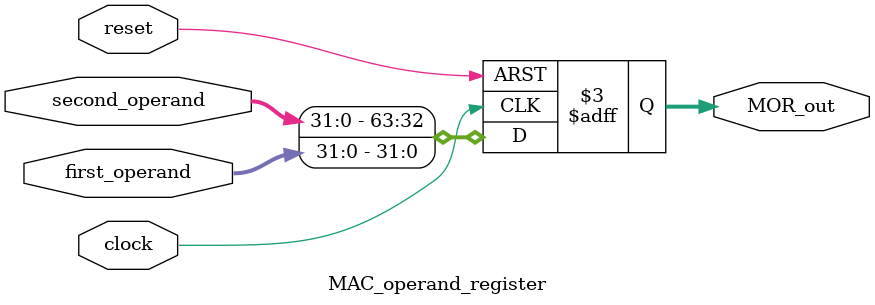
<source format=v>
`timescale 1ns / 1ps
module MAC_operand_register(clock, reset, first_operand, second_operand, MOR_out);
    input clock, reset;
    input [31:0] first_operand, second_operand;
    output reg [63:0] MOR_out;
    
    always @(posedge reset, posedge clock)
        begin
            if (reset == 1)
                MOR_out <= 64'h0000000000000000;
            else 
                MOR_out <= {second_operand, first_operand};
        end 
endmodule

</source>
